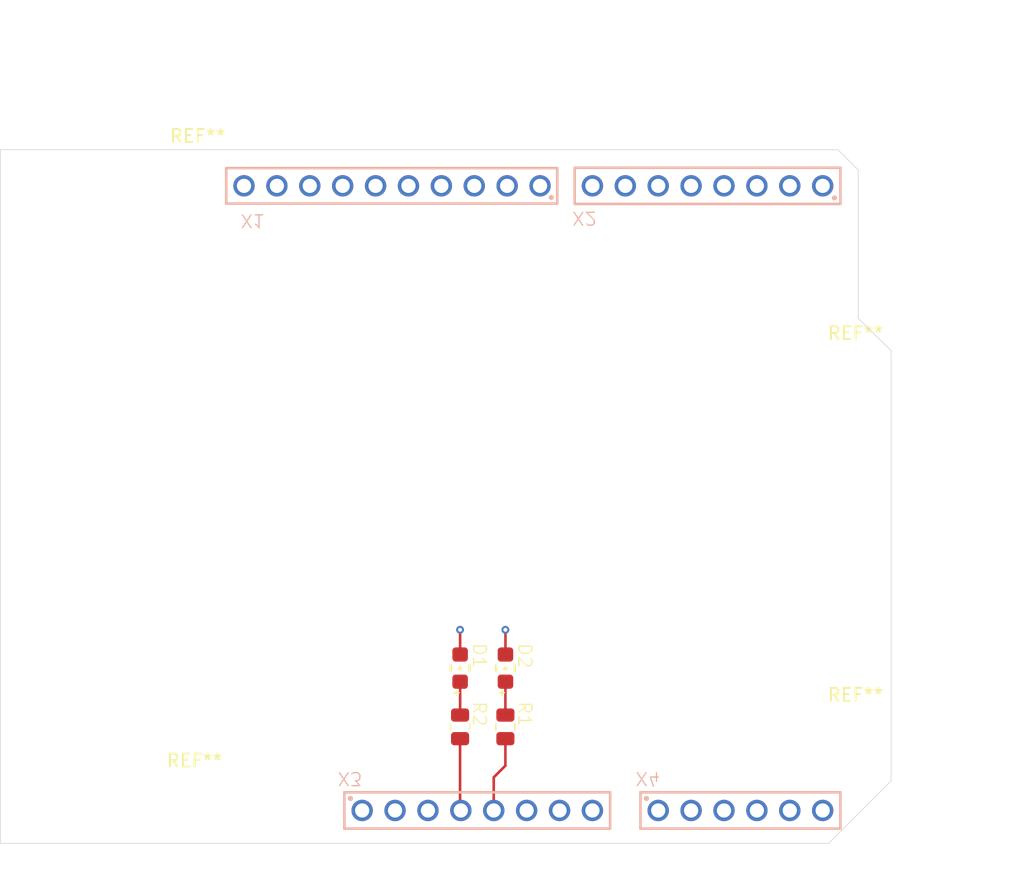
<source format=kicad_pcb>
(kicad_pcb (version 20240108) (generator "pcbnew") (generator_version "8.0")
  (layers (0 "F.Cu" signal) (31 "B.Cu" signal) (34 "B.Paste" user) (35 "F.Paste" user) (36 "B.SilkS" user "B.Silkscreen") (37 "F.SilkS" user "F.Silkscreen") (38 "B.Mask" user) (39 "F.Mask" user) (44 "Edge.Cuts" user))
  (net 0 "")
  (net 1 "GND")
  (net 2 "Net-(D1-PadA)")
  (net 3 "Net-(D2-PadA)")
  (net 4 "+5V")
  (net 5 "+3.3V")
  (footprint "Footprints:RES_0805" (layer "F.Cu") (at 139 121 -90)
    (property "Reference" "R1" (at -1 -1.5 -90) (layer "F.SilkS") (effects (font (thickness 0.1))))
    (property "Value" "~")
    (fp_line (start -0.227064 0.735) (end 0.227064 0.735) (stroke (width 0.12)) (layer "F.SilkS"))
    (fp_line (start -0.227064 -0.735) (end 0.227064 -0.735) (stroke (width 0.12)) (layer "F.SilkS"))
    (pad "1" smd roundrect (at -0.9125 0 270) (size 1.025 1.4) (layers "F.Cu" "F.Paste" "F.Mask") (roundrect_rratio 0.243902) (net 3 "Net-(D2-PadA)"))
    (pad "2" smd roundrect (at 0.9125 0 270) (size 1.025 1.4) (layers "F.Cu" "F.Paste" "F.Mask") (roundrect_rratio 0.243902) (net 4 "+5V"))
  )
  (footprint "Footprints:LED_0805" (layer "F.Cu") (at 135.5 116.5 -90)
    (property "Reference" "D1" (at -1 -1.5 -90) (layer "F.SilkS") (effects (font (thickness 0.1))))
    (property "Value" "~")
    (fp_line (start -0.246 0.72) (end 0.172 0.72) (stroke (width 0.2)) (layer "F.SilkS"))
    (fp_line (start 0.07 0.145) (end -0.17 -0.005) (stroke (width 0.1)) (layer "F.SilkS"))
    (fp_line (start -0.17 -0.005) (end 0.07 -0.145) (stroke (width 0.1)) (layer "F.SilkS"))
    (fp_line (start 0.07 -0.145) (end 0.07 0.145) (stroke (width 0.1)) (layer "F.SilkS"))
    (fp_line (start -0.253 -0.73) (end 0.179 -0.73) (stroke (width 0.2)) (layer "F.SilkS"))
    (fp_text user "+" (at 1.86 0.295 90) (layer "F.SilkS") (effects (font (size 0.48 0.48))))
    (pad "A" smd roundrect (at 1.01 -0.005 270) (size 1.1 1.2) (layers "F.Cu" "F.Paste" "F.Mask") (roundrect_rratio 0.2272727273) (net 2 "Net-(D1-PadA)"))
    (pad "K" smd roundrect (at -1.09 -0.005 270) (size 1.1 1.2) (layers "F.Cu" "F.Paste" "F.Mask") (roundrect_rratio 0.2272727273) (net 1 "GND"))
  )
  (footprint "Footprints:LED_0805" (layer "F.Cu") (at 139 116.5 -90)
    (property "Reference" "D2" (at -1 -1.5 -90) (layer "F.SilkS") (effects (font (thickness 0.1))))
    (property "Value" "~")
    (fp_line (start -0.246 0.72) (end 0.172 0.72) (stroke (width 0.2)) (layer "F.SilkS"))
    (fp_line (start 0.07 0.145) (end -0.17 -0.005) (stroke (width 0.1)) (layer "F.SilkS"))
    (fp_line (start -0.17 -0.005) (end 0.07 -0.145) (stroke (width 0.1)) (layer "F.SilkS"))
    (fp_line (start 0.07 -0.145) (end 0.07 0.145) (stroke (width 0.1)) (layer "F.SilkS"))
    (fp_line (start -0.253 -0.73) (end 0.179 -0.73) (stroke (width 0.2)) (layer "F.SilkS"))
    (fp_text user "+" (at 1.86 0.295 90) (layer "F.SilkS") (effects (font (size 0.48 0.48))))
    (pad "A" smd roundrect (at 1.01 -0.005 270) (size 1.1 1.2) (layers "F.Cu" "F.Paste" "F.Mask") (roundrect_rratio 0.2272727273) (net 3 "Net-(D2-PadA)"))
    (pad "K" smd roundrect (at -1.09 -0.005 270) (size 1.1 1.2) (layers "F.Cu" "F.Paste" "F.Mask") (roundrect_rratio 0.2272727273) (net 1 "GND"))
  )
  (footprint "MountingHole:MountingHole_3.2mm_M3_ISO7380" (layer "F.Cu") (at 115 127.46)
    (property "Reference" "REF**" (at 0 -3.85 0) (layer "F.SilkS"))
    (property "Value" "MountingHole_3.2mm_M3_ISO7380")
    (pad "" np_thru_hole circle (at 0 0) (size 3.2 3.2) (drill 3.2) (layers "F&B.Cu" "*.Mask"))
  )
  (footprint "Footprints:RES_0805" (layer "F.Cu") (at 135.5 121 -90)
    (property "Reference" "R2" (at -1 -1.5 -90) (layer "F.SilkS") (effects (font (thickness 0.1))))
    (property "Value" "~")
    (fp_line (start -0.227064 0.735) (end 0.227064 0.735) (stroke (width 0.12)) (layer "F.SilkS"))
    (fp_line (start -0.227064 -0.735) (end 0.227064 -0.735) (stroke (width 0.12)) (layer "F.SilkS"))
    (pad "1" smd roundrect (at -0.9125 0 270) (size 1.025 1.4) (layers "F.Cu" "F.Paste" "F.Mask") (roundrect_rratio 0.243902) (net 2 "Net-(D1-PadA)"))
    (pad "2" smd roundrect (at 0.9125 0 270) (size 1.025 1.4) (layers "F.Cu" "F.Paste" "F.Mask") (roundrect_rratio 0.243902) (net 5 "+3.3V"))
  )
  (footprint "MountingHole:MountingHole_3.2mm_M3_ISO7380" (layer "F.Cu") (at 166.04 94.44)
    (property "Reference" "REF**" (at 0 -3.85 0) (layer "F.SilkS"))
    (property "Value" "MountingHole_3.2mm_M3_ISO7380")
    (pad "" np_thru_hole circle (at 0 0) (size 3.2 3.2) (drill 3.2) (layers "*.Cu" "*.Mask"))
  )
  (footprint "MountingHole:MountingHole_3.2mm_M3_ISO7380" (layer "F.Cu") (at 115.24 79.2)
    (property "Reference" "REF**" (at 0 -3.85 0) (layer "F.SilkS"))
    (property "Value" "MountingHole_3.2mm_M3_ISO7380")
    (pad "" np_thru_hole circle (at 0 0) (size 3.2 3.2) (drill 3.2) (layers "*.Cu" "*.Mask"))
  )
  (footprint "MountingHole:MountingHole_3.2mm_M3_ISO7380" (layer "F.Cu") (at 166.04 122.38)
    (property "Reference" "REF**" (at 0 -3.85 0) (layer "F.SilkS"))
    (property "Value" "MountingHole_3.2mm_M3_ISO7380")
    (pad "" np_thru_hole circle (at 0 0) (size 3.2 3.2) (drill 3.2) (layers "*.Cu" "*.Mask"))
  )
  (footprint "Footprints:CON_61301011121" (layer "B.Cu") (at 130.226 79.2 180)
    (property "Reference" "X1" (at 10.726 -2.7 180) (layer "B.SilkS") (effects (font (thickness 0.1)) (justify mirror)))
    (property "Value" "~")
    (fp_line (start 12.78 1.37) (end -12.78 1.37) (stroke (width 0.2)) (layer "B.SilkS"))
    (fp_line (start 12.78 -1.37) (end 12.78 1.37) (stroke (width 0.2)) (layer "B.SilkS"))
    (fp_line (start -12.78 1.37) (end -12.78 -1.37) (stroke (width 0.2)) (layer "B.SilkS"))
    (fp_line (start -12.78 -1.37) (end 12.78 -1.37) (stroke (width 0.2)) (layer "B.SilkS"))
    (fp_circle (center -12.32 -0.9) (end -12.22 -0.9) (stroke (width 0.2)) (fill none) (layer "B.SilkS"))
    (pad "1" thru_hole circle (at -11.45 0 180) (size 1.65 1.65) (drill 1.1) (layers "*.Cu" "*.Mask"))
    (pad "2" thru_hole circle (at -8.91 0 180) (size 1.65 1.65) (drill 1.1) (layers "*.Cu" "*.Mask"))
    (pad "3" thru_hole circle (at -6.37 0 180) (size 1.65 1.65) (drill 1.1) (layers "*.Cu" "*.Mask"))
    (pad "4" thru_hole circle (at -3.83 0 180) (size 1.65 1.65) (drill 1.1) (layers "*.Cu" "*.Mask"))
    (pad "5" thru_hole circle (at -1.29 0 180) (size 1.65 1.65) (drill 1.1) (layers "*.Cu" "*.Mask"))
    (pad "6" thru_hole circle (at 1.25 0 180) (size 1.65 1.65) (drill 1.1) (layers "*.Cu" "*.Mask"))
    (pad "7" thru_hole circle (at 3.79 0 180) (size 1.65 1.65) (drill 1.1) (layers "*.Cu" "*.Mask"))
    (pad "8" thru_hole circle (at 6.33 0 180) (size 1.65 1.65) (drill 1.1) (layers "*.Cu" "*.Mask"))
    (pad "9" thru_hole circle (at 8.87 0 180) (size 1.65 1.65) (drill 1.1) (layers "*.Cu" "*.Mask"))
    (pad "10" thru_hole circle (at 11.41 0 180) (size 1.65 1.65) (drill 1.1) (layers "*.Cu" "*.Mask"))
  )
  (footprint "Footprints:CON_61300611121" (layer "B.Cu") (at 157.15 127.46)
    (property "Reference" "X4" (at -7.15 -2.46 180) (layer "B.SilkS") (effects (font (thickness 0.1)) (justify mirror)))
    (property "Value" "~")
    (fp_line (start -7.72 -1.4) (end 7.72 -1.4) (stroke (width 0.2)) (layer "B.SilkS"))
    (fp_line (start -7.72 1.4) (end -7.72 -1.4) (stroke (width 0.2)) (layer "B.SilkS"))
    (fp_line (start 7.72 -1.4) (end 7.72 1.4) (stroke (width 0.2)) (layer "B.SilkS"))
    (fp_line (start 7.72 1.4) (end -7.72 1.4) (stroke (width 0.2)) (layer "B.SilkS"))
    (fp_circle (center -7.26 -0.93) (end -7.16 -0.93) (stroke (width 0.2)) (fill none) (layer "B.SilkS"))
    (pad "1" thru_hole circle (at -6.35 0) (size 1.65 1.65) (drill 1.1) (layers "*.Cu" "*.Mask"))
    (pad "2" thru_hole circle (at -3.81 0) (size 1.65 1.65) (drill 1.1) (layers "*.Cu" "*.Mask"))
    (pad "3" thru_hole circle (at -1.27 0) (size 1.65 1.65) (drill 1.1) (layers "*.Cu" "*.Mask"))
    (pad "4" thru_hole circle (at 1.27 0) (size 1.65 1.65) (drill 1.1) (layers "*.Cu" "*.Mask"))
    (pad "5" thru_hole circle (at 3.81 0) (size 1.65 1.65) (drill 1.1) (layers "*.Cu" "*.Mask"))
    (pad "6" thru_hole circle (at 6.35 0) (size 1.65 1.65) (drill 1.1) (layers "*.Cu" "*.Mask"))
  )
  (footprint "Footprints:CON_61300811121" (layer "B.Cu") (at 136.83 127.46)
    (property "Reference" "X3" (at -9.83 -2.46 180) (layer "B.SilkS") (effects (font (thickness 0.1)) (justify mirror)))
    (property "Value" "~")
    (fp_line (start -10.26 -1.4) (end 10.26 -1.4) (stroke (width 0.2)) (layer "B.SilkS"))
    (fp_line (start -10.26 1.4) (end -10.26 -1.4) (stroke (width 0.2)) (layer "B.SilkS"))
    (fp_line (start 10.26 -1.4) (end 10.26 1.4) (stroke (width 0.2)) (layer "B.SilkS"))
    (fp_line (start 10.26 1.4) (end -10.26 1.4) (stroke (width 0.2)) (layer "B.SilkS"))
    (fp_circle (center -9.8 -0.93) (end -9.7 -0.93) (stroke (width 0.2)) (fill none) (layer "B.SilkS"))
    (pad "1" thru_hole circle (at -8.89 0) (size 1.65 1.65) (drill 1.1) (layers "*.Cu" "*.Mask"))
    (pad "2" thru_hole circle (at -6.35 0) (size 1.65 1.65) (drill 1.1) (layers "*.Cu" "*.Mask"))
    (pad "3" thru_hole circle (at -3.81 0) (size 1.65 1.65) (drill 1.1) (layers "*.Cu" "*.Mask"))
    (pad "4" thru_hole circle (at -1.27 0) (size 1.65 1.65) (drill 1.1) (layers "*.Cu" "*.Mask") (net 5 "+3.3V"))
    (pad "5" thru_hole circle (at 1.27 0) (size 1.65 1.65) (drill 1.1) (layers "*.Cu" "*.Mask") (net 4 "+5V"))
    (pad "6" thru_hole circle (at 3.81 0) (size 1.65 1.65) (drill 1.1) (layers "*.Cu" "*.Mask") (net 1 "GND"))
    (pad "7" thru_hole circle (at 6.35 0) (size 1.65 1.65) (drill 1.1) (layers "*.Cu" "*.Mask") (net 1 "GND"))
    (pad "8" thru_hole circle (at 8.89 0) (size 1.65 1.65) (drill 1.1) (layers "*.Cu" "*.Mask"))
  )
  (footprint "Footprints:CON_61300811121" (layer "B.Cu") (at 154.61 79.2 180)
    (property "Reference" "X2" (at 9.5 -2.5 180) (layer "B.SilkS") (effects (font (thickness 0.1)) (justify mirror)))
    (property "Value" "~")
    (fp_line (start 10.26 1.4) (end -10.26 1.4) (stroke (width 0.2)) (layer "B.SilkS"))
    (fp_line (start 10.26 -1.4) (end 10.26 1.4) (stroke (width 0.2)) (layer "B.SilkS"))
    (fp_line (start -10.26 1.4) (end -10.26 -1.4) (stroke (width 0.2)) (layer "B.SilkS"))
    (fp_line (start -10.26 -1.4) (end 10.26 -1.4) (stroke (width 0.2)) (layer "B.SilkS"))
    (fp_circle (center -9.8 -0.93) (end -9.7 -0.93) (stroke (width 0.2)) (fill none) (layer "B.SilkS"))
    (pad "1" thru_hole circle (at -8.89 0 180) (size 1.65 1.65) (drill 1.1) (layers "*.Cu" "*.Mask"))
    (pad "2" thru_hole circle (at -6.35 0 180) (size 1.65 1.65) (drill 1.1) (layers "*.Cu" "*.Mask"))
    (pad "3" thru_hole circle (at -3.81 0 180) (size 1.65 1.65) (drill 1.1) (layers "*.Cu" "*.Mask"))
    (pad "4" thru_hole circle (at -1.27 0 180) (size 1.65 1.65) (drill 1.1) (layers "*.Cu" "*.Mask"))
    (pad "5" thru_hole circle (at 1.27 0 180) (size 1.65 1.65) (drill 1.1) (layers "*.Cu" "*.Mask"))
    (pad "6" thru_hole circle (at 3.81 0 180) (size 1.65 1.65) (drill 1.1) (layers "*.Cu" "*.Mask"))
    (pad "7" thru_hole circle (at 6.35 0 180) (size 1.65 1.65) (drill 1.1) (layers "*.Cu" "*.Mask"))
    (pad "8" thru_hole circle (at 8.89 0 180) (size 1.65 1.65) (drill 1.1) (layers "*.Cu" "*.Mask"))
  )
  (gr_line (start 168.7846 125.17318) (end 168.7846 91.93325) (stroke (width 0.05)) (layer "Edge.Cuts"))
  (gr_line (start 100 76.406) (end 100 130) (stroke (width 0.05)) (layer "Edge.Cuts"))
  (gr_line (start 168.7846 91.93325) (end 166.24548 89.43648) (stroke (width 0.05)) (layer "Edge.Cuts"))
  (gr_line (start 166.2455 77.97491) (end 164.6766 76.406) (stroke (width 0.05)) (layer "Edge.Cuts"))
  (gr_line (start 163.95778 130) (end 168.7846 125.17318) (stroke (width 0.05)) (layer "Edge.Cuts"))
  (gr_line (start 100 130) (end 163.95778 130) (stroke (width 0.05)) (layer "Edge.Cuts"))
  (gr_line (start 164.6766 76.406) (end 100 76.406) (stroke (width 0.05)) (layer "Edge.Cuts"))
  (gr_line (start 166.24548 89.07686) (end 166.2455 77.97491) (stroke (width 0.05)) (layer "Edge.Cuts"))
  (gr_line (start 166.24548 89.43648) (end 166.24548 89.07686) (stroke (width 0.05)) (layer "Edge.Cuts"))
  (segment (start 139.005 115.41) (end 139.005 113.505) (width 0.2) (layer "F.Cu") (net 1))
  (segment (start 139.005 113.505) (end 139 113.5) (width 0.2) (layer "F.Cu") (net 1))
  (segment (start 135.505 113.505) (end 135.5 113.5) (width 0.2) (layer "F.Cu") (net 1))
  (segment (start 135.505 115.41) (end 135.505 113.505) (width 0.2) (layer "F.Cu") (net 1))
  (via (at 135.5 113.5) (size 0.6) (drill 0.3) (layers "F.Cu" "B.Cu") (net 1))
  (via (at 139 113.5) (size 0.6) (drill 0.3) (layers "F.Cu" "B.Cu") (net 1))
  (segment (start 135.505 120.0825) (end 135.5 120.0875) (width 0.2) (layer "F.Cu") (net 2))
  (segment (start 135.505 117.51) (end 135.505 120.0825) (width 0.2) (layer "F.Cu") (net 2))
  (segment (start 139 120.0875) (end 139 117.515) (width 0.2) (layer "F.Cu") (net 3))
  (segment (start 139 117.515) (end 139.005 117.51) (width 0.2) (layer "F.Cu") (net 3))
  (segment (start 139 124) (end 139 121.9125) (width 0.2) (layer "F.Cu") (net 4))
  (segment (start 138.1 127.46) (end 138.1 124.9) (width 0.2) (layer "F.Cu") (net 4))
  (segment (start 138.1 124.9) (end 139 124) (width 0.2) (layer "F.Cu") (net 4))
  (segment (start 135.5 121.9125) (end 135.5 127.4) (width 0.2) (layer "F.Cu") (net 5))
  (segment (start 135.5 127.4) (end 135.56 127.46) (width 0.2) (layer "F.Cu") (net 5))
)
</source>
